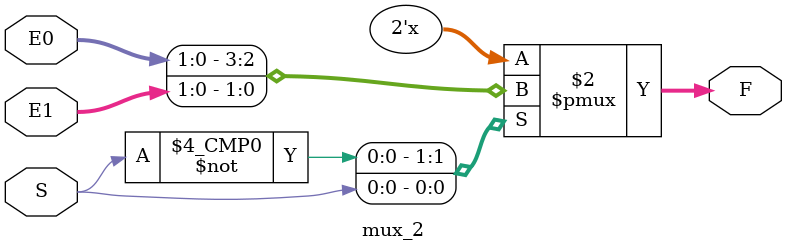
<source format=sv>
module mux_2
#(parameter INPUT_BITS = 2) (E0, E1, S, F);
  input logic S;
  input logic [(INPUT_BITS-1):0] E0;
  input logic [(INPUT_BITS-1):0] E1;

  output logic [(INPUT_BITS-1):0] F;

  always_comb begin
    case(S)
      0: F <= E0;
      1: F <= E1;
    endcase 
  end
endmodule
</source>
